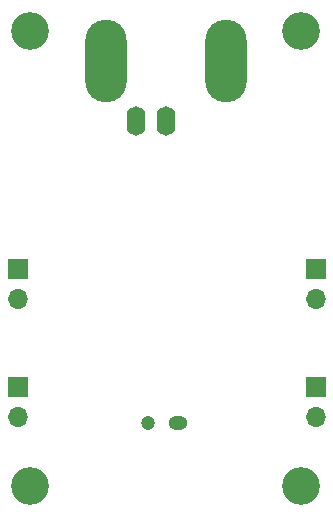
<source format=gbs>
%TF.GenerationSoftware,KiCad,Pcbnew,9.0.0*%
%TF.CreationDate,2025-04-27T22:51:01+02:00*%
%TF.ProjectId,OOS - optyczny odbiornik sygnalow,4f4f5320-2d20-46f7-9074-79637a6e7920,rev?*%
%TF.SameCoordinates,Original*%
%TF.FileFunction,Soldermask,Bot*%
%TF.FilePolarity,Negative*%
%FSLAX46Y46*%
G04 Gerber Fmt 4.6, Leading zero omitted, Abs format (unit mm)*
G04 Created by KiCad (PCBNEW 9.0.0) date 2025-04-27 22:51:01*
%MOMM*%
%LPD*%
G01*
G04 APERTURE LIST*
%ADD10O,3.500000X7.000000*%
%ADD11O,1.600000X2.500000*%
%ADD12O,1.700000X1.700000*%
%ADD13R,1.700000X1.700000*%
%ADD14C,3.200000*%
%ADD15C,1.200000*%
%ADD16O,1.600000X1.200000*%
G04 APERTURE END LIST*
D10*
%TO.C,J5*%
X193500000Y-79380000D03*
D11*
X185880000Y-84460000D03*
D10*
X183340000Y-79380000D03*
D11*
X188420000Y-84460000D03*
%TD*%
D12*
%TO.C,J4*%
X201120000Y-109580000D03*
D13*
X201120000Y-107040000D03*
%TD*%
D12*
%TO.C,J3*%
X175920000Y-99545000D03*
D13*
X175920000Y-97005000D03*
%TD*%
D12*
%TO.C,J2*%
X201120000Y-99545000D03*
D13*
X201120000Y-97005000D03*
%TD*%
D12*
%TO.C,J1*%
X175920000Y-109580000D03*
D13*
X175920000Y-107040000D03*
%TD*%
D14*
%TO.C,H4*%
X176920000Y-115380000D03*
%TD*%
%TO.C,H3*%
X199920000Y-115380000D03*
%TD*%
%TO.C,H2*%
X199920000Y-76910000D03*
%TD*%
%TO.C,H1*%
X176920000Y-76910000D03*
%TD*%
D15*
%TO.C,D3*%
X186965276Y-110064724D03*
D16*
X189505276Y-110064724D03*
%TD*%
M02*

</source>
